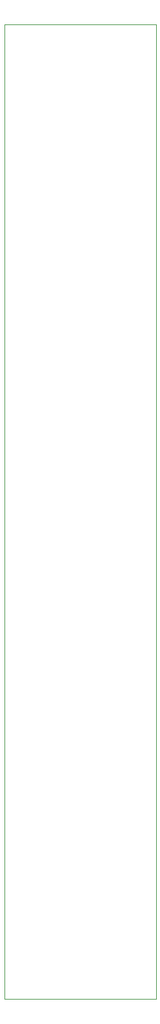
<source format=gbr>
G04 #@! TF.FileFunction,Profile,NP*
%FSLAX46Y46*%
G04 Gerber Fmt 4.6, Leading zero omitted, Abs format (unit mm)*
G04 Created by KiCad (PCBNEW 4.0.1-stable) date Donnerstag, 28. April 2016 'u12' 11:12:59*
%MOMM*%
G01*
G04 APERTURE LIST*
%ADD10C,0.100000*%
G04 APERTURE END LIST*
D10*
X100000000Y-32100000D02*
X100000000Y-160500000D01*
X120000000Y-32100000D02*
X100000000Y-32100000D01*
X120000000Y-160500000D02*
X120000000Y-32100000D01*
X100000000Y-160500000D02*
X120000000Y-160500000D01*
M02*

</source>
